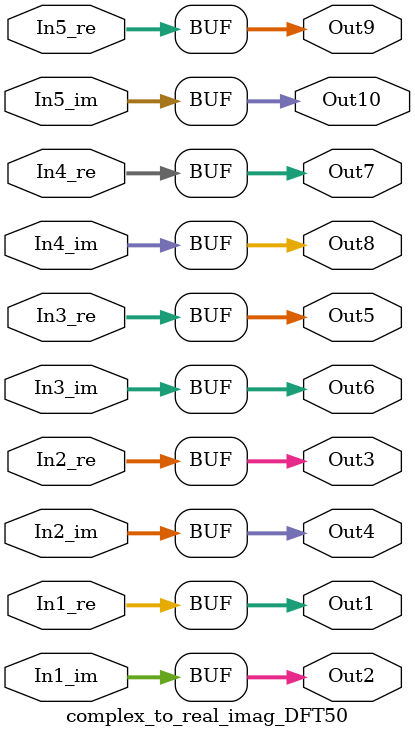
<source format=v>



`timescale 1 ns / 1 ns

module complex_to_real_imag_DFT50
          (In1_re,
           In1_im,
           In2_re,
           In2_im,
           In3_re,
           In3_im,
           In4_re,
           In4_im,
           In5_re,
           In5_im,
           Out1,
           Out2,
           Out3,
           Out4,
           Out5,
           Out6,
           Out7,
           Out8,
           Out9,
           Out10);


  input   signed [36:0] In1_re;  // sfix37_En22
  input   signed [36:0] In1_im;  // sfix37_En22
  input   signed [36:0] In2_re;  // sfix37_En22
  input   signed [36:0] In2_im;  // sfix37_En22
  input   signed [36:0] In3_re;  // sfix37_En22
  input   signed [36:0] In3_im;  // sfix37_En22
  input   signed [36:0] In4_re;  // sfix37_En22
  input   signed [36:0] In4_im;  // sfix37_En22
  input   signed [36:0] In5_re;  // sfix37_En22
  input   signed [36:0] In5_im;  // sfix37_En22
  output  signed [36:0] Out1;  // sfix37_En22
  output  signed [36:0] Out2;  // sfix37_En22
  output  signed [36:0] Out3;  // sfix37_En22
  output  signed [36:0] Out4;  // sfix37_En22
  output  signed [36:0] Out5;  // sfix37_En22
  output  signed [36:0] Out6;  // sfix37_En22
  output  signed [36:0] Out7;  // sfix37_En22
  output  signed [36:0] Out8;  // sfix37_En22
  output  signed [36:0] Out9;  // sfix37_En22
  output  signed [36:0] Out10;  // sfix37_En22




  assign Out1 = In1_re;

  assign Out2 = In1_im;

  assign Out3 = In2_re;

  assign Out4 = In2_im;

  assign Out5 = In3_re;

  assign Out6 = In3_im;

  assign Out7 = In4_re;

  assign Out8 = In4_im;

  assign Out9 = In5_re;

  assign Out10 = In5_im;

endmodule  // complex_to_real_imag_DFT50


</source>
